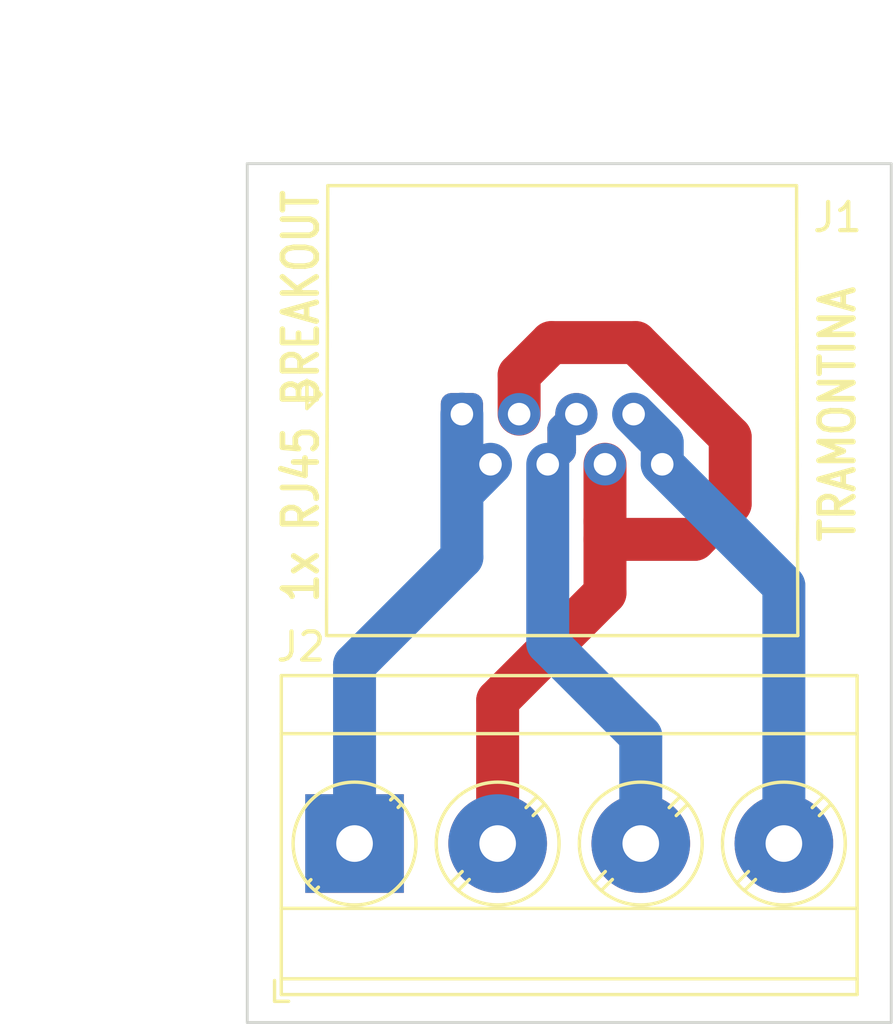
<source format=kicad_pcb>
(kicad_pcb (version 20171130) (host pcbnew "(5.1.9)-1")

  (general
    (thickness 1.6)
    (drawings 8)
    (tracks 30)
    (zones 0)
    (modules 2)
    (nets 5)
  )

  (page A4)
  (title_block
    (title "ESP 6 Relay Module")
  )

  (layers
    (0 F.Cu signal)
    (31 B.Cu signal)
    (32 B.Adhes user)
    (33 F.Adhes user)
    (34 B.Paste user)
    (35 F.Paste user)
    (36 B.SilkS user)
    (37 F.SilkS user)
    (38 B.Mask user)
    (39 F.Mask user)
    (40 Dwgs.User user)
    (41 Cmts.User user)
    (42 Eco1.User user)
    (43 Eco2.User user)
    (44 Edge.Cuts user)
    (45 Margin user)
    (46 B.CrtYd user)
    (47 F.CrtYd user hide)
    (48 B.Fab user)
    (49 F.Fab user hide)
  )

  (setup
    (last_trace_width 0.254)
    (user_trace_width 0.381)
    (user_trace_width 0.635)
    (user_trace_width 1.016)
    (user_trace_width 1.27)
    (user_trace_width 1.524)
    (user_trace_width 1.905)
    (user_trace_width 3.81)
    (trace_clearance 0.254)
    (zone_clearance 0.508)
    (zone_45_only no)
    (trace_min 0.2)
    (via_size 1)
    (via_drill 0.6)
    (via_min_size 0.4)
    (via_min_drill 0.3)
    (uvia_size 0.3)
    (uvia_drill 0.1)
    (uvias_allowed no)
    (uvia_min_size 0.2)
    (uvia_min_drill 0.1)
    (edge_width 0.1)
    (segment_width 0.2)
    (pcb_text_width 0.3)
    (pcb_text_size 1.5 1.5)
    (mod_edge_width 0.15)
    (mod_text_size 1 1)
    (mod_text_width 0.15)
    (pad_size 2 1.6)
    (pad_drill 1)
    (pad_to_mask_clearance 0)
    (aux_axis_origin 64.77 132.08)
    (visible_elements 7FFFFFFF)
    (pcbplotparams
      (layerselection 0x010e0_ffffffff)
      (usegerberextensions false)
      (usegerberattributes false)
      (usegerberadvancedattributes true)
      (creategerberjobfile true)
      (excludeedgelayer true)
      (linewidth 0.100000)
      (plotframeref false)
      (viasonmask false)
      (mode 1)
      (useauxorigin false)
      (hpglpennumber 1)
      (hpglpenspeed 20)
      (hpglpendiameter 15.000000)
      (psnegative false)
      (psa4output false)
      (plotreference true)
      (plotvalue true)
      (plotinvisibletext false)
      (padsonsilk false)
      (subtractmaskfromsilk false)
      (outputformat 1)
      (mirror false)
      (drillshape 0)
      (scaleselection 1)
      (outputdirectory "Output/"))
  )

  (net 0 "")
  (net 1 "Net-(J1-Pad1)")
  (net 2 "Net-(J1-Pad3)")
  (net 3 "Net-(J1-Pad4)")
  (net 4 "Net-(J1-Pad7)")

  (net_class Default "This is the default net class."
    (clearance 0.254)
    (trace_width 0.254)
    (via_dia 1)
    (via_drill 0.6)
    (uvia_dia 0.3)
    (uvia_drill 0.1)
    (add_net "Net-(J1-Pad1)")
    (add_net "Net-(J1-Pad3)")
    (add_net "Net-(J1-Pad4)")
    (add_net "Net-(J1-Pad7)")
  )

  (module Tales:RJ45_Amphenol_RJHSE5080 (layer F.Cu) (tedit 6147F269) (tstamp 61483A7F)
    (at 72.39 110.49)
    (descr Unshielded)
    (tags "RJ45 8p8c ethernet cat5")
    (path /614910C0)
    (fp_text reference J1 (at 13.335 -6.985) (layer F.SilkS)
      (effects (font (size 1 1) (thickness 0.15)))
    )
    (fp_text value RJ45 (at 3.56 9.5) (layer F.Fab)
      (effects (font (size 1 1) (thickness 0.15)))
    )
    (fp_line (start -4.695 -7) (end -4.695 7.75) (layer F.Fab) (width 0.1))
    (fp_line (start -4.695 7.75) (end 11.815 7.75) (layer F.Fab) (width 0.1))
    (fp_line (start -3.695 -8) (end 11.815 -8) (layer F.Fab) (width 0.1))
    (fp_line (start 11.815 -8) (end 11.815 7.75) (layer F.Fab) (width 0.1))
    (fp_line (start -4.76 -8.11) (end 11.88 -8.11) (layer F.SilkS) (width 0.12))
    (fp_line (start -4.76 7.86) (end 11.925 7.86) (layer F.SilkS) (width 0.12))
    (fp_line (start -4.805 7.86) (end -4.76 -8.11) (layer F.SilkS) (width 0.12))
    (fp_line (start 11.925 7.86) (end 11.88 -8.11) (layer F.SilkS) (width 0.12))
    (fp_line (start -4.695 -7) (end -3.695 -8) (layer F.Fab) (width 0.1))
    (fp_line (start -6.22 -8.5) (end 13.34 -8.5) (layer F.CrtYd) (width 0.05))
    (fp_line (start -6.22 -8.5) (end -6.22 8.25) (layer F.CrtYd) (width 0.05))
    (fp_line (start -6.22 8.25) (end 13.34 8.25) (layer F.CrtYd) (width 0.05))
    (fp_line (start 13.34 -8.5) (end 13.34 8.25) (layer F.CrtYd) (width 0.05))
    (fp_line (start -5 -0.7) (end -5.5 -0.2) (layer F.SilkS) (width 0.12))
    (fp_line (start -5.5 -0.2) (end -5.5 -1.2) (layer F.SilkS) (width 0.12))
    (fp_line (start -5.5 -1.2) (end -5 -0.7) (layer F.SilkS) (width 0.12))
    (fp_text user %R (at 3.56 -6) (layer F.Fab)
      (effects (font (size 1 1) (thickness 0.15)))
    )
    (pad 1 thru_hole roundrect (at 0 0) (size 1.5 1.5) (drill 0.8) (layers *.Cu *.Mask) (roundrect_rratio 0.25)
      (net 1 "Net-(J1-Pad1)"))
    (pad 3 thru_hole circle (at 2.032 0) (size 1.5 1.5) (drill 0.8) (layers *.Cu *.Mask)
      (net 2 "Net-(J1-Pad3)"))
    (pad 5 thru_hole circle (at 4.064 0) (size 1.5 1.5) (drill 0.8) (layers *.Cu *.Mask)
      (net 3 "Net-(J1-Pad4)"))
    (pad 7 thru_hole circle (at 6.096 0) (size 1.5 1.5) (drill 0.8) (layers *.Cu *.Mask)
      (net 4 "Net-(J1-Pad7)"))
    (pad 2 thru_hole circle (at 1.016 1.78) (size 1.5 1.5) (drill 0.8) (layers *.Cu *.Mask)
      (net 1 "Net-(J1-Pad1)"))
    (pad 4 thru_hole circle (at 3.048 1.78) (size 1.5 1.5) (drill 0.8) (layers *.Cu *.Mask)
      (net 3 "Net-(J1-Pad4)"))
    (pad 6 thru_hole circle (at 5.08 1.78) (size 1.5 1.5) (drill 0.8) (layers *.Cu *.Mask)
      (net 2 "Net-(J1-Pad3)"))
    (pad 8 thru_hole circle (at 7.112 1.78) (size 1.5 1.5) (drill 0.8) (layers *.Cu *.Mask)
      (net 4 "Net-(J1-Pad7)"))
    (pad "" np_thru_hole circle (at -2.79 -2.54) (size 3.25 3.25) (drill 3.25) (layers *.Cu *.Mask))
    (pad "" np_thru_hole circle (at 9.91 -2.54) (size 3.25 3.25) (drill 3.25) (layers *.Cu *.Mask))
    (model ${TDEV3DMOD}/Connector_RJ.3dshapes/M-RJHSE-X080-REVT1.STEP
      (offset (xyz 3.5 1.5 3))
      (scale (xyz 1 1 1))
      (rotate (xyz -90 0 180))
    )
  )

  (module Tales:TerminalBlock_Phoenix_MKDS-3-4-5.08_1x04_P5.08mm_Horizontal (layer F.Cu) (tedit 6148108A) (tstamp 61485720)
    (at 68.58 125.73)
    (descr "Terminal Block Phoenix MKDS-3-4-5.08, 4 pins, pitch 5.08mm, size 20.3x11.2mm^2, drill diamater 1.3mm, pad diameter 2.6mm, see http://www.farnell.com/datasheets/2138224.pdf, script-generated using https://github.com/pointhi/kicad-footprint-generator/scripts/TerminalBlock_Phoenix")
    (tags "THT Terminal Block Phoenix MKDS-3-4-5.08 pitch 5.08mm size 20.3x11.2mm^2 drill 1.3mm pad 2.6mm")
    (path /606EC184)
    (fp_text reference J2 (at -1.905 -6.985) (layer F.SilkS)
      (effects (font (size 1 1) (thickness 0.15)))
    )
    (fp_text value Screw_Terminal_01x04 (at 7.62 6.36) (layer F.Fab)
      (effects (font (size 1 1) (thickness 0.15)))
    )
    (fp_line (start 18.28 -6.4) (end -3.04 -6.4) (layer F.CrtYd) (width 0.05))
    (fp_line (start 18.28 5.8) (end 18.28 -6.4) (layer F.CrtYd) (width 0.05))
    (fp_line (start -3.04 5.8) (end 18.28 5.8) (layer F.CrtYd) (width 0.05))
    (fp_line (start -3.04 -6.4) (end -3.04 5.8) (layer F.CrtYd) (width 0.05))
    (fp_line (start -2.84 5.6) (end -2.34 5.6) (layer F.SilkS) (width 0.12))
    (fp_line (start -2.84 4.86) (end -2.84 5.6) (layer F.SilkS) (width 0.12))
    (fp_line (start 13.982 0.992) (end 13.587 1.388) (layer F.SilkS) (width 0.12))
    (fp_line (start 16.628 -1.654) (end 16.248 -1.274) (layer F.SilkS) (width 0.12))
    (fp_line (start 14.233 1.274) (end 13.853 1.654) (layer F.SilkS) (width 0.12))
    (fp_line (start 16.894 -1.388) (end 16.499 -0.992) (layer F.SilkS) (width 0.12))
    (fp_line (start 16.513 -1.517) (end 13.724 1.273) (layer F.Fab) (width 0.1))
    (fp_line (start 16.757 -1.273) (end 13.968 1.517) (layer F.Fab) (width 0.1))
    (fp_line (start 8.902 0.992) (end 8.507 1.388) (layer F.SilkS) (width 0.12))
    (fp_line (start 11.548 -1.654) (end 11.168 -1.274) (layer F.SilkS) (width 0.12))
    (fp_line (start 9.153 1.274) (end 8.773 1.654) (layer F.SilkS) (width 0.12))
    (fp_line (start 11.814 -1.388) (end 11.419 -0.992) (layer F.SilkS) (width 0.12))
    (fp_line (start 11.433 -1.517) (end 8.644 1.273) (layer F.Fab) (width 0.1))
    (fp_line (start 11.677 -1.273) (end 8.888 1.517) (layer F.Fab) (width 0.1))
    (fp_line (start 3.822 0.992) (end 3.427 1.388) (layer F.SilkS) (width 0.12))
    (fp_line (start 6.468 -1.654) (end 6.088 -1.274) (layer F.SilkS) (width 0.12))
    (fp_line (start 4.073 1.274) (end 3.693 1.654) (layer F.SilkS) (width 0.12))
    (fp_line (start 6.734 -1.388) (end 6.339 -0.992) (layer F.SilkS) (width 0.12))
    (fp_line (start 6.353 -1.517) (end 3.564 1.273) (layer F.Fab) (width 0.1))
    (fp_line (start 6.597 -1.273) (end 3.808 1.517) (layer F.Fab) (width 0.1))
    (fp_line (start -1.548 1.281) (end -1.654 1.388) (layer F.SilkS) (width 0.12))
    (fp_line (start 1.388 -1.654) (end 1.281 -1.547) (layer F.SilkS) (width 0.12))
    (fp_line (start -1.282 1.547) (end -1.388 1.654) (layer F.SilkS) (width 0.12))
    (fp_line (start 1.654 -1.388) (end 1.547 -1.281) (layer F.SilkS) (width 0.12))
    (fp_line (start 1.273 -1.517) (end -1.517 1.273) (layer F.Fab) (width 0.1))
    (fp_line (start 1.517 -1.273) (end -1.273 1.517) (layer F.Fab) (width 0.1))
    (fp_line (start 17.84 -5.96) (end 17.84 5.36) (layer F.SilkS) (width 0.12))
    (fp_line (start -2.6 -5.96) (end -2.6 5.36) (layer F.SilkS) (width 0.12))
    (fp_line (start -2.6 5.36) (end 17.84 5.36) (layer F.SilkS) (width 0.12))
    (fp_line (start -2.6 -5.96) (end 17.84 -5.96) (layer F.SilkS) (width 0.12))
    (fp_line (start -2.6 -3.9) (end 17.84 -3.9) (layer F.SilkS) (width 0.12))
    (fp_line (start -2.54 -3.9) (end 17.78 -3.9) (layer F.Fab) (width 0.1))
    (fp_line (start -2.6 2.3) (end 17.84 2.3) (layer F.SilkS) (width 0.12))
    (fp_line (start -2.54 2.3) (end 17.78 2.3) (layer F.Fab) (width 0.1))
    (fp_line (start -2.6 4.8) (end 17.84 4.8) (layer F.SilkS) (width 0.12))
    (fp_line (start -2.54 4.8) (end 17.78 4.8) (layer F.Fab) (width 0.1))
    (fp_line (start -2.54 4.8) (end -2.54 -5.9) (layer F.Fab) (width 0.1))
    (fp_line (start -2.04 5.3) (end -2.54 4.8) (layer F.Fab) (width 0.1))
    (fp_line (start 17.78 5.3) (end -2.04 5.3) (layer F.Fab) (width 0.1))
    (fp_line (start 17.78 -5.9) (end 17.78 5.3) (layer F.Fab) (width 0.1))
    (fp_line (start -2.54 -5.9) (end 17.78 -5.9) (layer F.Fab) (width 0.1))
    (fp_circle (center 15.24 0) (end 17.42 0) (layer F.SilkS) (width 0.12))
    (fp_circle (center 15.24 0) (end 17.24 0) (layer F.Fab) (width 0.1))
    (fp_circle (center 10.16 0) (end 12.34 0) (layer F.SilkS) (width 0.12))
    (fp_circle (center 10.16 0) (end 12.16 0) (layer F.Fab) (width 0.1))
    (fp_circle (center 5.08 0) (end 7.26 0) (layer F.SilkS) (width 0.12))
    (fp_circle (center 5.08 0) (end 7.08 0) (layer F.Fab) (width 0.1))
    (fp_circle (center 0 0) (end 2.18 0) (layer F.SilkS) (width 0.12))
    (fp_circle (center 0 0) (end 2 0) (layer F.Fab) (width 0.1))
    (fp_text user %R (at 7.62 3.1) (layer F.Fab)
      (effects (font (size 1 1) (thickness 0.15)))
    )
    (pad 1 thru_hole rect (at 0 0) (size 3.5 3.5) (drill 1.3) (layers *.Cu *.Mask)
      (net 1 "Net-(J1-Pad1)"))
    (pad 2 thru_hole circle (at 5.08 0) (size 3.5 3.5) (drill 1.3) (layers *.Cu *.Mask)
      (net 2 "Net-(J1-Pad3)"))
    (pad 3 thru_hole circle (at 10.16 0) (size 3.5 3.5) (drill 1.3) (layers *.Cu *.Mask)
      (net 3 "Net-(J1-Pad4)"))
    (pad 4 thru_hole circle (at 15.24 0) (size 3.5 3.5) (drill 1.3) (layers *.Cu *.Mask)
      (net 4 "Net-(J1-Pad7)"))
    (model ${KISYS3DMOD}/TerminalBlock_Phoenix.3dshapes/TerminalBlock_Phoenix_MKDS-3-4-5.08_1x04_P5.08mm_Horizontal.wrl
      (at (xyz 0 0 0))
      (scale (xyz 1 1 1))
      (rotate (xyz 0 0 0))
    )
  )

  (gr_text TRAMONTINA (at 85.725 110.49 90) (layer F.SilkS)
    (effects (font (size 1.2 1) (thickness 0.2)))
  )
  (gr_text "1x RJ45 BREAKOUT" (at 66.675 109.855 90) (layer F.SilkS) (tstamp 6147F3F9)
    (effects (font (size 1.2 1) (thickness 0.2)))
  )
  (gr_line (start 87.63 101.6) (end 64.77 101.6) (layer Edge.Cuts) (width 0.1))
  (gr_line (start 87.63 132.08) (end 87.63 101.6) (layer Edge.Cuts) (width 0.1))
  (dimension 30.48 (width 0.15) (layer Dwgs.User) (tstamp 60513462)
    (gr_text "30.480 mm" (at 59.66 116.84 90) (layer Dwgs.User) (tstamp 60513462)
      (effects (font (size 1 1) (thickness 0.15)))
    )
    (feature1 (pts (xy 63.5 101.6) (xy 60.373579 101.6)))
    (feature2 (pts (xy 63.5 132.08) (xy 60.373579 132.08)))
    (crossbar (pts (xy 60.96 132.08) (xy 60.96 101.6)))
    (arrow1a (pts (xy 60.96 101.6) (xy 61.546421 102.726504)))
    (arrow1b (pts (xy 60.96 101.6) (xy 60.373579 102.726504)))
    (arrow2a (pts (xy 60.96 132.08) (xy 61.546421 130.953496)))
    (arrow2b (pts (xy 60.96 132.08) (xy 60.373579 130.953496)))
  )
  (gr_line (start 64.77 132.08) (end 87.63 132.08) (layer Edge.Cuts) (width 0.1) (tstamp 60513467))
  (gr_line (start 64.77 101.6) (end 64.77 132.08) (layer Edge.Cuts) (width 0.1) (tstamp 6051347C))
  (dimension 22.86 (width 0.15) (layer Dwgs.User) (tstamp 6051346E)
    (gr_text "22.860 mm" (at 76.2 96.49) (layer Dwgs.User) (tstamp 6051346E)
      (effects (font (size 1 1) (thickness 0.15)))
    )
    (feature1 (pts (xy 87.63 100.33) (xy 87.63 97.203579)))
    (feature2 (pts (xy 64.77 100.33) (xy 64.77 97.203579)))
    (crossbar (pts (xy 64.77 97.79) (xy 87.63 97.79)))
    (arrow1a (pts (xy 87.63 97.79) (xy 86.503496 98.376421)))
    (arrow1b (pts (xy 87.63 97.79) (xy 86.503496 97.203579)))
    (arrow2a (pts (xy 64.77 97.79) (xy 65.896504 98.376421)))
    (arrow2b (pts (xy 64.77 97.79) (xy 65.896504 97.203579)))
  )

  (segment (start 72.39 113.03) (end 72.39 110.49) (width 1.524) (layer B.Cu) (net 1) (tstamp 61485BEF) (status 20))
  (segment (start 72.646 113.03) (end 72.39 113.03) (width 1.524) (layer B.Cu) (net 1) (tstamp 61485BF0))
  (segment (start 73.406 112.27) (end 72.646 113.03) (width 1.524) (layer B.Cu) (net 1) (tstamp 61485BF5) (status 10))
  (segment (start 68.58 119.38) (end 68.58 125.73) (width 1.524) (layer B.Cu) (net 1) (status 20))
  (segment (start 72.39 115.57) (end 68.58 119.38) (width 1.524) (layer B.Cu) (net 1))
  (segment (start 72.39 113.03) (end 72.39 115.57) (width 1.524) (layer B.Cu) (net 1))
  (segment (start 73.66 120.65) (end 77.47 116.84) (width 1.524) (layer F.Cu) (net 2))
  (segment (start 73.66 125.73) (end 73.66 120.65) (width 1.524) (layer F.Cu) (net 2))
  (segment (start 77.47 114.3) (end 77.47 112.27) (width 1.524) (layer F.Cu) (net 2))
  (segment (start 77.47 116.84) (end 77.47 114.3) (width 1.524) (layer F.Cu) (net 2))
  (segment (start 80.645 114.935) (end 77.47 114.935) (width 1.524) (layer F.Cu) (net 2))
  (segment (start 81.915 113.665) (end 80.645 114.935) (width 1.524) (layer F.Cu) (net 2))
  (segment (start 81.915 111.305318) (end 81.915 113.665) (width 1.524) (layer F.Cu) (net 2))
  (segment (start 75.565 107.95) (end 78.559682 107.95) (width 1.524) (layer F.Cu) (net 2))
  (segment (start 78.559682 107.95) (end 81.915 111.305318) (width 1.524) (layer F.Cu) (net 2))
  (segment (start 74.422 109.093) (end 75.565 107.95) (width 1.524) (layer F.Cu) (net 2))
  (segment (start 74.422 110.49) (end 74.422 109.093) (width 1.524) (layer F.Cu) (net 2))
  (segment (start 75.438 118.618) (end 78.74 121.92) (width 1.524) (layer B.Cu) (net 3))
  (segment (start 78.74 121.92) (end 78.74 125.73) (width 1.524) (layer B.Cu) (net 3) (status 20))
  (segment (start 75.438 112.27) (end 75.438 118.618) (width 1.524) (layer B.Cu) (net 3) (status 10))
  (segment (start 75.934001 111.773999) (end 75.934001 111.009999) (width 1.016) (layer B.Cu) (net 3) (tstamp 61485BF4) (status 30))
  (segment (start 75.934001 111.009999) (end 76.454 110.49) (width 1.016) (layer B.Cu) (net 3) (tstamp 61485BFA) (status 30))
  (segment (start 75.438 112.27) (end 75.934001 111.773999) (width 1.016) (layer B.Cu) (net 3) (tstamp 61485BF8) (status 30))
  (segment (start 75.934001 111.009999) (end 76.454 110.49) (width 1.016) (layer F.Cu) (net 3))
  (segment (start 75.934001 111.773999) (end 75.934001 111.009999) (width 1.016) (layer F.Cu) (net 3))
  (segment (start 75.438 112.27) (end 75.934001 111.773999) (width 1.016) (layer F.Cu) (net 3))
  (segment (start 79.502 112.27) (end 79.502 111.506) (width 1.524) (layer B.Cu) (net 4) (tstamp 61485BE2) (status 10))
  (segment (start 79.502 111.506) (end 78.486 110.49) (width 1.524) (layer B.Cu) (net 4) (tstamp 61485BF9) (status 20))
  (segment (start 83.82 116.588) (end 83.82 125.73) (width 1.524) (layer B.Cu) (net 4) (status 20))
  (segment (start 79.502 112.27) (end 83.82 116.588) (width 1.524) (layer B.Cu) (net 4) (status 10))

)

</source>
